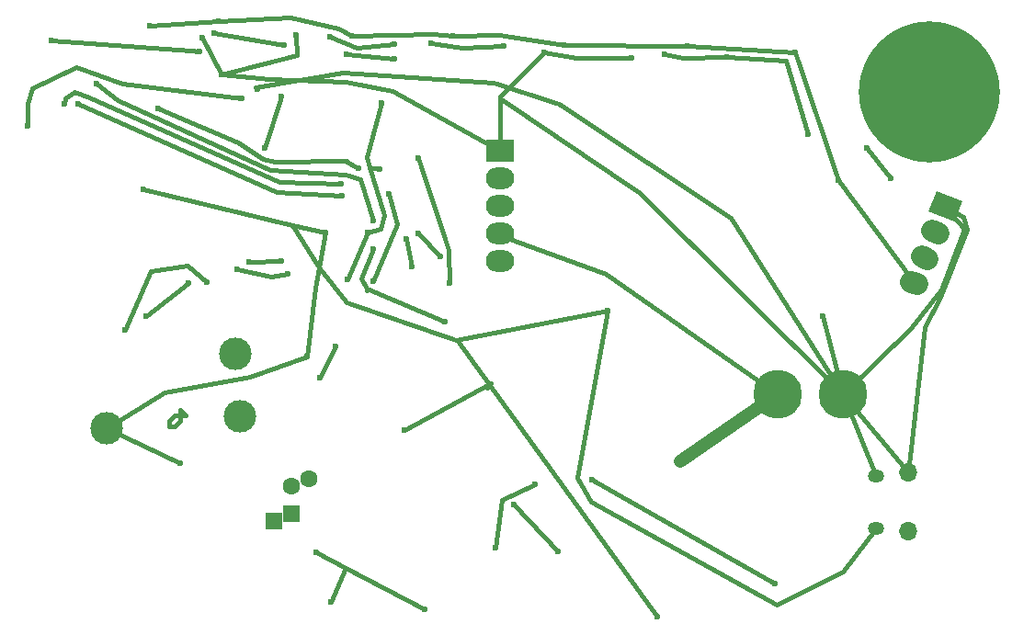
<source format=gbl>
G04 #@! TF.FileFunction,Copper,L2,Bot,Signal*
%FSLAX46Y46*%
G04 Gerber Fmt 4.6, Leading zero omitted, Abs format (unit mm)*
G04 Created by KiCad (PCBNEW 4.0.7-e2-6376~58~ubuntu16.04.1) date Wed Apr 11 02:03:13 2018*
%MOMM*%
%LPD*%
G01*
G04 APERTURE LIST*
%ADD10C,0.100000*%
%ADD11C,2.000000*%
%ADD12R,1.600000X1.600000*%
%ADD13C,1.600000*%
%ADD14C,4.500000*%
%ADD15O,1.500000X1.200000*%
%ADD16O,1.700000X1.700000*%
%ADD17C,13.000000*%
%ADD18R,2.600000X2.000000*%
%ADD19O,2.600000X2.000000*%
%ADD20C,3.000000*%
%ADD21C,0.600000*%
%ADD22C,0.381000*%
%ADD23C,1.143000*%
G04 APERTURE END LIST*
D10*
G36*
X175329268Y-49965828D02*
X177739946Y-50939805D01*
X176990732Y-52794172D01*
X174580054Y-51820195D01*
X175329268Y-49965828D01*
X175329268Y-49965828D01*
G37*
D11*
X175486654Y-53847429D02*
X174930344Y-53622665D01*
X174535154Y-56202476D02*
X173978844Y-55977712D01*
X173583653Y-58557523D02*
X173027343Y-58332759D01*
D12*
X115900000Y-79680000D03*
D13*
X115900000Y-77180000D03*
D12*
X114300000Y-80350937D03*
D13*
X117500000Y-76509063D03*
D14*
X166700000Y-68700000D03*
X160700000Y-68700000D03*
D15*
X169740000Y-81020000D03*
X169740000Y-76180000D03*
D16*
X172740000Y-81330000D03*
X172740000Y-75870000D03*
D17*
X174680000Y-40850000D03*
D18*
X135128000Y-46228000D03*
D19*
X135128000Y-48768000D03*
X135128000Y-51308000D03*
X135128000Y-53848000D03*
X135128000Y-56388000D03*
D20*
X98920515Y-71820000D03*
X110785064Y-64970000D03*
X111220000Y-70723332D03*
D21*
X112760000Y-40580000D03*
X126340000Y-71970000D03*
X105670000Y-74990000D03*
X145080000Y-60990000D03*
X149620000Y-89170000D03*
X102320000Y-49840000D03*
X117350000Y-65210000D03*
X119080000Y-53785000D03*
X164900000Y-61525000D03*
X163475000Y-44730000D03*
X156060000Y-37570000D03*
X150285000Y-37350000D03*
X139210000Y-37185000D03*
X147220000Y-37675000D03*
X128750000Y-36350000D03*
X119480000Y-35785000D03*
X125365000Y-36460000D03*
X116350000Y-35560000D03*
X109515000Y-39245000D03*
X107690000Y-35800000D03*
X135480000Y-36575000D03*
X121090000Y-58085000D03*
X118530000Y-67140000D03*
X120005000Y-64315000D03*
X122935000Y-53765000D03*
X151770000Y-74825000D03*
X166340000Y-48960000D03*
X162280000Y-37170000D03*
X152400000Y-36580000D03*
X141110000Y-36530000D03*
X130830000Y-35620000D03*
X121550000Y-35620000D03*
X109210000Y-34310000D03*
X102920000Y-34750000D03*
X124250000Y-41800000D03*
X124090000Y-47970000D03*
X119580000Y-87820000D03*
X118190000Y-83260000D03*
X128190000Y-88510000D03*
X130048000Y-61976000D03*
X123430000Y-55320000D03*
X134700000Y-82840000D03*
X138330000Y-76975000D03*
X113445000Y-46005000D03*
X114970000Y-41230000D03*
X106440000Y-58400000D03*
X102570000Y-61500000D03*
X108100000Y-58320000D03*
X100570000Y-62775000D03*
X115030000Y-56390000D03*
X112045000Y-56470000D03*
X140515000Y-83170000D03*
X136370000Y-78840000D03*
X122100000Y-47835000D03*
X124905000Y-50250000D03*
X123495000Y-58225000D03*
X103630000Y-42365000D03*
X127600000Y-46910000D03*
X130480000Y-58395000D03*
X143610000Y-76585000D03*
X160430000Y-86110000D03*
X98005000Y-40050000D03*
X123425000Y-52650000D03*
X107420000Y-37130000D03*
X93840000Y-36050000D03*
X171095000Y-48790000D03*
X168960000Y-46025000D03*
X108800000Y-35410000D03*
X115260000Y-36545000D03*
X121035000Y-37370000D03*
X125425000Y-37780000D03*
X111375000Y-41405000D03*
X91630000Y-43930000D03*
X110905000Y-57160000D03*
X115595000Y-57570000D03*
X120520000Y-49330000D03*
X94975000Y-41960000D03*
X129640000Y-56010000D03*
X127630000Y-53890000D03*
X127000000Y-56896000D03*
X126492000Y-54356000D03*
X96255000Y-41910000D03*
X120585000Y-50370000D03*
D22*
X105664000Y-71120000D02*
X105664000Y-70104000D01*
X105664000Y-70104000D02*
X106172000Y-70612000D01*
X106172000Y-70612000D02*
X105156000Y-70612000D01*
X105156000Y-70612000D02*
X104648000Y-71120000D01*
X104648000Y-71120000D02*
X104648000Y-71628000D01*
X104648000Y-71628000D02*
X105156000Y-71628000D01*
X105156000Y-71628000D02*
X105664000Y-71120000D01*
X166700000Y-68700000D02*
X156380000Y-52450000D01*
X156380000Y-52450000D02*
X140550000Y-41960000D01*
X140550000Y-41960000D02*
X134510000Y-40010000D01*
X134510000Y-40010000D02*
X120640000Y-39060000D01*
X120640000Y-39060000D02*
X112650000Y-40400000D01*
X112650000Y-40400000D02*
X112760000Y-40580000D01*
X172740000Y-75870000D02*
X174230000Y-62470000D01*
X174230000Y-62470000D02*
X175660000Y-59680000D01*
X175660000Y-59680000D02*
X178170000Y-53530000D01*
X178170000Y-53530000D02*
X177810000Y-52360000D01*
X177810000Y-52360000D02*
X176160000Y-51380000D01*
X135128000Y-46228000D02*
X125200000Y-40770000D01*
X125200000Y-40770000D02*
X120890000Y-39890000D01*
X120890000Y-39890000D02*
X113920000Y-39660000D01*
X113920000Y-39660000D02*
X109515000Y-39245000D01*
X166700000Y-68700000D02*
X148020000Y-50140000D01*
X148020000Y-50140000D02*
X135128000Y-41433051D01*
X166700000Y-68700000D02*
X173000000Y-62610000D01*
X173000000Y-62610000D02*
X175740000Y-59010000D01*
X175740000Y-59010000D02*
X177890000Y-53450000D01*
X177890000Y-53450000D02*
X176160000Y-51380000D01*
X169740000Y-76180000D02*
X166700000Y-68700000D01*
X172740000Y-75870000D02*
X166700000Y-68700000D01*
X145080000Y-60990000D02*
X142230000Y-76390000D01*
X142230000Y-76390000D02*
X143520000Y-78600000D01*
X143520000Y-78600000D02*
X160660000Y-88070000D01*
X160660000Y-88070000D02*
X166690000Y-85050000D01*
X166690000Y-85050000D02*
X169740000Y-81020000D01*
X126340000Y-71970000D02*
X134280000Y-67670000D01*
X134280000Y-67670000D02*
X133940000Y-68120000D01*
X133940000Y-68120000D02*
X134124212Y-67782278D01*
X134124212Y-67782278D02*
X134124212Y-67782277D01*
X105670000Y-74990000D02*
X98920515Y-71820000D01*
X117350000Y-65210000D02*
X112130000Y-67090000D01*
X112130000Y-67090000D02*
X104240000Y-68470000D01*
X104240000Y-68470000D02*
X98920515Y-71820000D01*
X145080000Y-60990000D02*
X131052312Y-63704817D01*
X116036773Y-53068680D02*
X118460728Y-56979306D01*
X118460728Y-56979306D02*
X120980000Y-60180000D01*
X120980000Y-60180000D02*
X131052312Y-63704817D01*
X131052312Y-63704817D02*
X131210000Y-63760000D01*
X131210000Y-63760000D02*
X134124212Y-67782277D01*
X134124212Y-67782277D02*
X149620000Y-89170000D01*
X102320000Y-49840000D02*
X116036773Y-53068680D01*
X116036773Y-53068680D02*
X119080000Y-53785000D01*
X135128000Y-46228000D02*
X135128000Y-41433051D01*
X135128000Y-41433051D02*
X135128000Y-41267000D01*
X135128000Y-41267000D02*
X139210000Y-37185000D01*
X117350000Y-65210000D02*
X118100000Y-58840000D01*
X118100000Y-58840000D02*
X119080000Y-53785000D01*
X164900000Y-61525000D02*
X166700000Y-68700000D01*
X156060000Y-37570000D02*
X161435000Y-37970000D01*
X161435000Y-37970000D02*
X163475000Y-44730000D01*
X156060000Y-37570000D02*
X151935000Y-37655000D01*
X151935000Y-37655000D02*
X151955000Y-37655000D01*
X151955000Y-37655000D02*
X150285000Y-37350000D01*
X139210000Y-37185000D02*
X142140000Y-37675000D01*
X142140000Y-37675000D02*
X147220000Y-37675000D01*
X128750000Y-36350000D02*
X131695000Y-36760000D01*
X119480000Y-35785000D02*
X121925000Y-36735000D01*
X121925000Y-36735000D02*
X125365000Y-36460000D01*
X116350000Y-35560000D02*
X116435000Y-37430000D01*
X116435000Y-37430000D02*
X109515000Y-39245000D01*
X107690000Y-35800000D02*
X109515000Y-39245000D01*
X131695000Y-36760000D02*
X135480000Y-36575000D01*
X144905000Y-57605000D02*
X160700000Y-68700000D01*
X121090000Y-58085000D02*
X122935000Y-53765000D01*
X118530000Y-67140000D02*
X120005000Y-64315000D01*
X122935000Y-53765000D02*
X124135000Y-53400000D01*
X124135000Y-53400000D02*
X124440000Y-52200000D01*
D23*
X151770000Y-74825000D02*
X160700000Y-68700000D01*
D22*
X166340000Y-48960000D02*
X173305498Y-58445141D01*
X162280000Y-37170000D02*
X166340000Y-48960000D01*
X152400000Y-36580000D02*
X162280000Y-37170000D01*
X141110000Y-36530000D02*
X152400000Y-36580000D01*
X130830000Y-35620000D02*
X135030000Y-35540000D01*
X135030000Y-35540000D02*
X141110000Y-36530000D01*
X121550000Y-35620000D02*
X129000000Y-35460000D01*
X129000000Y-35460000D02*
X130830000Y-35620000D01*
X109210000Y-34310000D02*
X115860000Y-33930000D01*
X120230000Y-34970000D02*
X121550000Y-35620000D01*
X115860000Y-33930000D02*
X120230000Y-34970000D01*
X102920000Y-34750000D02*
X109210000Y-34310000D01*
X124440000Y-52200000D02*
X123119007Y-47734379D01*
X124090000Y-47970000D02*
X123119007Y-47734378D01*
X123119007Y-47734378D02*
X123119007Y-47734379D01*
X123119007Y-47734379D02*
X122850000Y-46825000D01*
X122850000Y-46825000D02*
X124250000Y-41800000D01*
X134615000Y-53890000D02*
X144905000Y-57605000D01*
X119580000Y-87820000D02*
X120926894Y-84696869D01*
X118190000Y-83260000D02*
X120926894Y-84696869D01*
X120926894Y-84696869D02*
X128190000Y-88510000D01*
X122826145Y-58979005D02*
X130048000Y-61976000D01*
X123430000Y-55320000D02*
X122360000Y-57975000D01*
X122360000Y-57975000D02*
X122826145Y-58979005D01*
X122826145Y-58979005D02*
X122880000Y-59095000D01*
X134700000Y-82840000D02*
X135340000Y-78430000D01*
X135340000Y-78430000D02*
X138330000Y-76975000D01*
X113445000Y-46005000D02*
X114970000Y-41230000D01*
X102570000Y-61500000D02*
X106440000Y-58400000D01*
X103009851Y-57367493D02*
X106315000Y-56835000D01*
X106315000Y-56835000D02*
X108100000Y-58320000D01*
X100570000Y-62775000D02*
X103009851Y-57367493D01*
X103009851Y-57367493D02*
X103020000Y-57345000D01*
X103020000Y-57345000D02*
X103020000Y-57365000D01*
X115030000Y-56390000D02*
X112045000Y-56470000D01*
X140515000Y-83170000D02*
X136370000Y-78840000D01*
X120813602Y-47172178D02*
X122100000Y-47835000D01*
X124905000Y-50250000D02*
X125620000Y-53035000D01*
X125620000Y-53035000D02*
X123495000Y-58225000D01*
X103630000Y-42365000D02*
X110985000Y-45455000D01*
X110985000Y-45455000D02*
X113310000Y-46975000D01*
X113310000Y-46975000D02*
X114415000Y-47245000D01*
X114415000Y-47245000D02*
X120813602Y-47172178D01*
X120813602Y-47172178D02*
X121005000Y-47170000D01*
X127600000Y-46910000D02*
X130370000Y-55375000D01*
X130370000Y-55375000D02*
X130480000Y-58395000D01*
X143610000Y-76585000D02*
X160430000Y-86110000D01*
X98005000Y-40050000D02*
X99915000Y-41630000D01*
X99915000Y-41630000D02*
X113965000Y-48000000D01*
X113965000Y-48000000D02*
X120925000Y-48445000D01*
X120925000Y-48445000D02*
X122245000Y-48910000D01*
X122245000Y-48910000D02*
X123425000Y-52650000D01*
X106650000Y-37035000D02*
X107420000Y-37130000D01*
X93840000Y-36050000D02*
X106650000Y-37035000D01*
X171095000Y-48790000D02*
X168960000Y-46025000D01*
X108800000Y-35410000D02*
X115260000Y-36545000D01*
X121035000Y-37370000D02*
X125425000Y-37780000D01*
X100305000Y-40095000D02*
X96140000Y-38530000D01*
X100305000Y-40095000D02*
X111375000Y-41405000D01*
X96140000Y-38530000D02*
X92035000Y-40455000D01*
X92035000Y-40455000D02*
X91645000Y-41920000D01*
X91630000Y-43930000D02*
X91645000Y-41920000D01*
X110905000Y-57160000D02*
X114080000Y-57810000D01*
X114080000Y-57810000D02*
X115595000Y-57570000D01*
X120520000Y-49330000D02*
X114830000Y-49115000D01*
X114830000Y-49115000D02*
X97270000Y-41370000D01*
X97270000Y-41370000D02*
X95950000Y-40845000D01*
X95950000Y-40845000D02*
X95100000Y-41455000D01*
X95100000Y-41455000D02*
X94975000Y-41960000D01*
X129640000Y-56010000D02*
X127630000Y-53890000D01*
X127000000Y-56896000D02*
X126492000Y-54356000D01*
X96255000Y-41910000D02*
X114605000Y-50025000D01*
X114605000Y-50025000D02*
X120585000Y-50370000D01*
M02*

</source>
